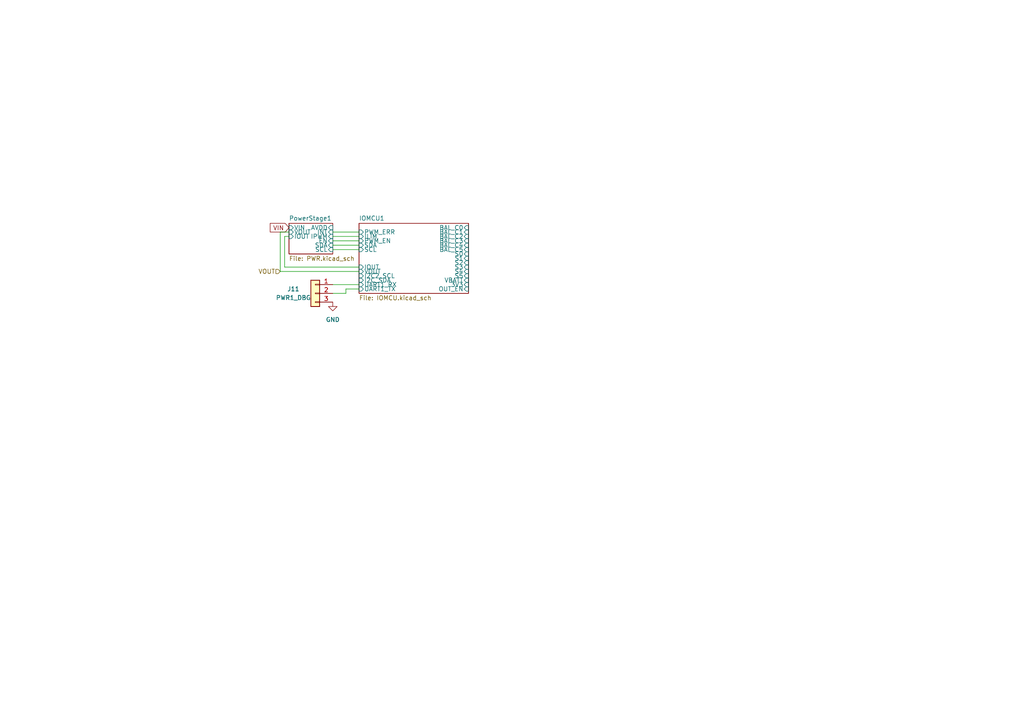
<source format=kicad_sch>
(kicad_sch (version 20230121) (generator eeschema)
  (paper "A4")
  (lib_symbols
    (symbol "Connector_Generic:Conn_01x03" (pin_names (offset 1.016) hide)
      (property "Reference" "J" (at 0 5.08 0))
      (property "Value" "Conn_01x03" (at 0 -5.08 0))
      (symbol "Conn_01x03_1_1"
        (rectangle (start -1.27 -2.413) (end 0 -2.667) (stroke (width 0.1524)))
        (rectangle (start -1.27 0.127) (end 0 -0.127) (stroke (width 0.1524)))
        (rectangle (start -1.27 2.667) (end 0 2.413) (stroke (width 0.1524)))
        (rectangle (start -1.27 3.81) (end 1.27 -3.81) (stroke (width 0.254)) (fill (type background)))
        (pin passive line (at -5.08 2.54 0) (length 3.81) (name "Pin_1") (number "1"))
        (pin passive line (at -5.08 0 0) (length 3.81) (name "Pin_2") (number "2"))
        (pin passive line (at -5.08 -2.54 0) (length 3.81) (name "Pin_3") (number "3"))
      )
    )
    (symbol "power:GND" (power) (pin_names (offset 0))
      (property "Value" "GND" (at 0 -3.81 0))
      (symbol "GND_0_1"
        (polyline (pts (xy 0 0) (xy 0 -1.27) (xy 1.27 -1.27) (xy 0 -2.54) (xy -1.27 -1.27) (xy 0 -1.27)))
      )
      (symbol "GND_1_1"
        (pin power_in line (at 0 0 270) (length 0) hide (name "GND") (number "1"))
      )
    )
  )
  (wire (pts (xy 96.52 69.85) (xy 104.14 69.85)))
  (wire (pts (xy 96.52 67.31) (xy 104.14 67.31)))
  (wire (pts (xy 96.52 82.55) (xy 104.14 82.55)))
  (wire (pts (xy 96.52 71.12) (xy 104.14 71.12)))
  (wire (pts (xy 81.28 67.31) (xy 83.82 67.31)))
  (wire (pts (xy 82.55 68.58) (xy 83.82 68.58)))
  (wire (pts (xy 104.14 83.82) (xy 100.33 83.82)))
  (wire (pts (xy 104.14 77.47) (xy 82.55 77.47)))
  (wire (pts (xy 82.55 77.47) (xy 82.55 68.58)))
  (wire (pts (xy 100.33 83.82) (xy 100.33 85.09)))
  (wire (pts (xy 96.52 68.58) (xy 104.14 68.58)))
  (wire (pts (xy 81.28 78.74) (xy 81.28 67.31)))
  (wire (pts (xy 96.52 85.09) (xy 100.33 85.09)))
  (wire (pts (xy 104.14 78.74) (xy 81.28 78.74)))
  (wire (pts (xy 96.52 72.39) (xy 104.14 72.39)))
  (global_label "VIN" (shape input) (at 83.82 66.04 180) (property "Intersheetrefs" "${INTERSHEET_REFS}" (effects hide)))
  (hierarchical_label "VOUT" (shape input) (at 81.28 78.74 180))
  (symbol (lib_id "power:GND") (at 96.52 87.63 0) (unit 1)
    (property "Reference" "#PWR0211" (effects hide))
    (property "Value" "GND" (at 96.52 92.71 0))
    (instances (project "RC_Charger" (path "" (reference "#PWR0211") (unit 1)) (path "" (reference "#PWR0211") (unit 1)) (path "" (reference "#PWR061") (unit 1)) (path "" (reference "#PWR0112") (unit 1)) (path "" (reference "#PWR0163") (unit 1)) (path "" (reference "#PWR0229") (unit 1)) (path "" (reference "#PWR0271") (unit 1))) (project "RC_Charger_MainBoard" (path "" (reference "#PWR038") (unit 1)) (path "" (reference "#PWR037") (unit 1))))
  )
  (symbol (lib_id "Connector_Generic:Conn_01x03") (at 91.44 85.09 0) (mirror y) (unit 1)
    (property "Reference" "J11" (at 85.09 83.82 0))
    (property "Value" "PWR1_DBG" (at 85.09 86.36 0))
    (property "Footprint" "Connector_PinHeader_2.54mm:PinHeader_1x03_P2.54mm_Vertical" (effects hide))
    (instances (project "RC_Charger" (path "" (reference "J11") (unit 1)) (path "" (reference "J11") (unit 1)) (path "" (reference "J5") (unit 1)) (path "" (reference "J8") (unit 1)) (path "" (reference "J12") (unit 1)) (path "" (reference "J20") (unit 1)) (path "" (reference "J22") (unit 1))) (project "RC_Charger_MainBoard" (path "" (reference "J7") (unit 1)) (path "" (reference "J6") (unit 1))))
  )
  (sheet (at 104.14 64.77) (size 31.75 20.32) (stroke (width 0.1524))
    (property "Sheetname" "IOMCU1" (at 104.14 64.0584 0) (effects (justify left bottom)))
    (property "Sheetfile" "IOMCU.kicad_sch" (at 104.14 85.6746 0) (effects (justify left top)))
    (pin "PWM_ERR" input (at 104.14 67.31 180))
    (pin "BAL_C4" input (at 135.89 71.12 0))
    (pin "BAL_C5" input (at 135.89 72.39 0))
    (pin "SDA" input (at 104.14 71.12 180))
    (pin "BAL_C3" input (at 135.89 69.85 0))
    (pin "BAL_C2" input (at 135.89 68.58 0))
    (pin "SCL" input (at 104.14 72.39 180))
    (pin "PWM_EN" input (at 104.14 69.85 180))
    (pin "BAL_C0" input (at 135.89 66.04 0))
    (pin "BAL_C1" input (at 135.89 67.31 0))
    (pin "S4" input (at 135.89 78.74 0))
    (pin "S5" input (at 135.89 80.01 0))
    (pin "ILIM" input (at 104.14 68.58 180))
    (pin "VOUT" input (at 104.14 78.74 180))
    (pin "S1" input (at 135.89 74.93 0))
    (pin "S0" input (at 135.89 73.66 0))
    (pin "S3" input (at 135.89 77.47 0))
    (pin "IOUT" input (at 104.14 77.47 180))
    (pin "S2" input (at 135.89 76.2 0))
    (pin "UART1_RX" input (at 104.14 82.55 180))
    (pin "UART1_TX" input (at 104.14 83.82 180))
    (pin "I2C2_SCL" input (at 104.14 80.01 180))
    (pin "I2C_SDA" input (at 104.14 81.28 180))
    (pin "3V3" input (at 135.89 82.55 0))
    (pin "VBATT" input (at 135.89 81.28 0))
    (pin "OUT_EN" input (at 135.89 83.82 0))
  )
  (sheet (at 83.82 64.77) (size 12.7 8.89) (stroke (width 0.1524))
    (property "Sheetname" "PowerStage1" (at 83.82 64.0584 0) (effects (justify left bottom)))
    (property "Sheetfile" "PWR.kicad_sch" (at 83.82 74.2446 0) (effects (justify left top)))
    (pin "INT" input (at 96.52 67.31 0))
    (pin "IPWM" input (at 96.52 68.58 0))
    (pin "AVDD" input (at 96.52 66.04 0))
    (pin "EN" input (at 96.52 69.85 0))
    (pin "SDA" input (at 96.52 71.12 0))
    (pin "SCL" input (at 96.52 72.39 0))
    (pin "VOUT" input (at 83.82 67.31 180))
    (pin "VIN" input (at 83.82 66.04 180))
    (pin "IOUT" input (at 83.82 68.58 180))
  )
)
</source>
